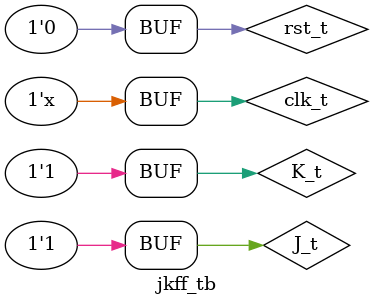
<source format=v>
module jkff_tb;
    reg clk_t, rst_t, J_t, K_t;
    wire Q_t;

    jkff dut(.clk(clk_t), .rst(rst_t), .J(J_t), .K(K_t), .Q(Q_t));

    initial begin
        clk_t = 1'b0;
        rst_t = 1'b1;
        #20 rst_t = 1'b0;
        J_t = 1'b0; K_t = 1'b0;
        #20 J_t = 1'b0; K_t = 1'b1;
        #20 J_t = 1'b1; K_t = 1'b0;
        #20 J_t = 1'b1; K_t = 1'b1;
    end

    always #10 clk_t = ~clk_t;

endmodule

</source>
